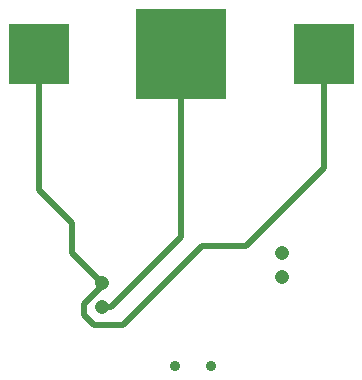
<source format=gbl>
G04 ( created by brdgerber.py ( brdgerber.py v0.1 2014-03-12 ) ) date 2021-02-01 19:08:32 EST*
G04 Gerber Fmt 3.4, Leading zero omitted, Abs format*
%MOIN*%
%FSLAX34Y34*%
G01*
G70*
G90*
G04 APERTURE LIST*
%ADD27C,0.0031*%
%ADD10R,0.0236X0.0551*%
%ADD25C,0.0047*%
%ADD23C,0.0471*%
%ADD22C,0.0059*%
%ADD14R,0.2000X0.2000*%
%ADD12C,0.0050*%
%ADD26C,0.0039*%
%ADD16R,0.0600X0.0800*%
%ADD18C,0.0354*%
%ADD13C,0.0200*%
%ADD15R,0.3000X0.3000*%
%ADD17R,0.0800X0.0600*%
%ADD11C,0.0060*%
%ADD20R,0.0275X0.0590*%
%ADD24R,0.0315X0.0394*%
%ADD21C,0.0000*%
%ADD19R,0.0393X0.0314*%
G04 APERTURE END LIST*
G54D27*
D14*
X-26650Y-14000D03*
D14*
X-36150Y-14000D03*
D15*
X-31400Y-14000D03*
D18*
X-31590Y-24400D03*
D18*
X-30410Y-24400D03*
D23*
G01X-34050Y-21657D02*
G01X-34050Y-21657D01*
D23*
G01X-34050Y-22443D02*
G01X-34050Y-22443D01*
D23*
G01X-28050Y-21443D02*
G01X-28050Y-21443D01*
D23*
G01X-28050Y-20657D02*
G01X-28050Y-20657D01*
D13*
G01X-31400Y-14000D02*
G01X-31400Y-20100D01*
D13*
G01X-31400Y-20100D02*
G01X-33750Y-22450D01*
D13*
G01X-33750Y-22450D02*
G01X-34050Y-22450D01*
D13*
G01X-36150Y-14000D02*
G01X-36150Y-18550D01*
D13*
G01X-36150Y-18550D02*
G01X-35050Y-19650D01*
D13*
G01X-35050Y-19650D02*
G01X-35050Y-20650D01*
D13*
G01X-35050Y-20650D02*
G01X-34050Y-21650D01*
D13*
G01X-34050Y-21650D02*
G01X-34050Y-21750D01*
D13*
G01X-34050Y-21750D02*
G01X-34650Y-22350D01*
D13*
G01X-34650Y-22350D02*
G01X-34650Y-22700D01*
D13*
G01X-34650Y-22700D02*
G01X-34300Y-23050D01*
D13*
G01X-34300Y-23050D02*
G01X-33350Y-23050D01*
D13*
G01X-33350Y-23050D02*
G01X-30700Y-20400D01*
D13*
G01X-30700Y-20400D02*
G01X-29250Y-20400D01*
D13*
G01X-29250Y-20400D02*
G01X-26650Y-17800D01*
D13*
G01X-26650Y-17800D02*
G01X-26650Y-14000D01*
M02*

</source>
